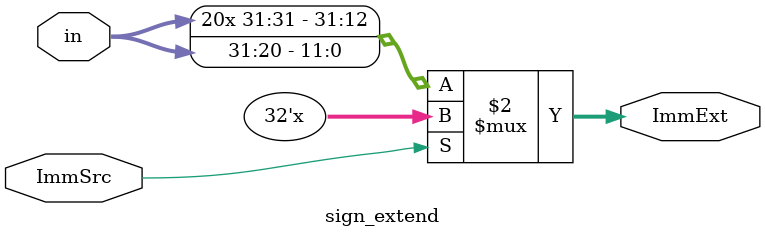
<source format=v>
module sign_extend (in,ImmExt,ImmSrc);

input [31:0] in;
input ImmSrc ;
output [31:0] ImmExt;

assign ImmExt = (ImmSrc == 1)? ({{20{In[31]}},In[31:25],In[11:7]}) :
                               {{20{in[31]}},in[31:20]} ;
                               

    
     
endmodule
</source>
